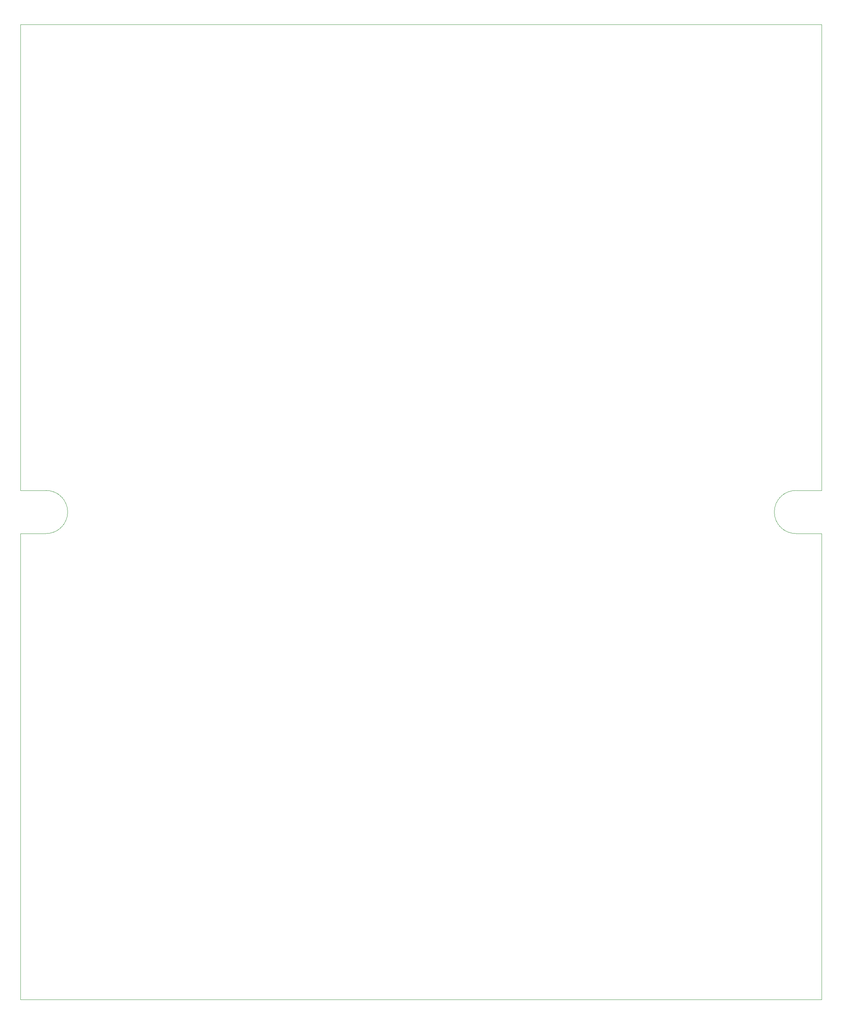
<source format=gbr>
G04 #@! TF.GenerationSoftware,KiCad,Pcbnew,5.99.0-unknown-64afa3a42e~128~ubuntu20.04.1*
G04 #@! TF.CreationDate,2021-05-28T16:06:46-05:00*
G04 #@! TF.ProjectId,Patches,50617463-6865-4732-9e6b-696361645f70,rev?*
G04 #@! TF.SameCoordinates,Original*
G04 #@! TF.FileFunction,Profile,NP*
%FSLAX46Y46*%
G04 Gerber Fmt 4.6, Leading zero omitted, Abs format (unit mm)*
G04 Created by KiCad (PCBNEW 5.99.0-unknown-64afa3a42e~128~ubuntu20.04.1) date 2021-05-28 16:06:46*
%MOMM*%
%LPD*%
G01*
G04 APERTURE LIST*
G04 #@! TA.AperFunction,Profile*
%ADD10C,0.100000*%
G04 #@! TD*
G04 APERTURE END LIST*
D10*
X6000000Y-118000000D02*
X0Y-118000000D01*
X186000000Y-118000000D02*
X186000000Y-226000000D01*
X180000000Y-108000000D02*
X186000000Y-108000000D01*
X0Y0D02*
X186000000Y0D01*
X6000000Y-108000000D02*
G75*
G02*
X6000000Y-118000000I0J-5000000D01*
G01*
X0Y-226000000D02*
X0Y-118000000D01*
X180000000Y-118000000D02*
G75*
G02*
X180000000Y-108000000I0J5000000D01*
G01*
X180000000Y-118000000D02*
X186000000Y-118000000D01*
X0Y-108000000D02*
X0Y0D01*
X0Y-226000000D02*
X186000000Y-226000000D01*
X6000000Y-108000000D02*
X0Y-108000000D01*
X186000000Y0D02*
X186000000Y-108000000D01*
M02*

</source>
